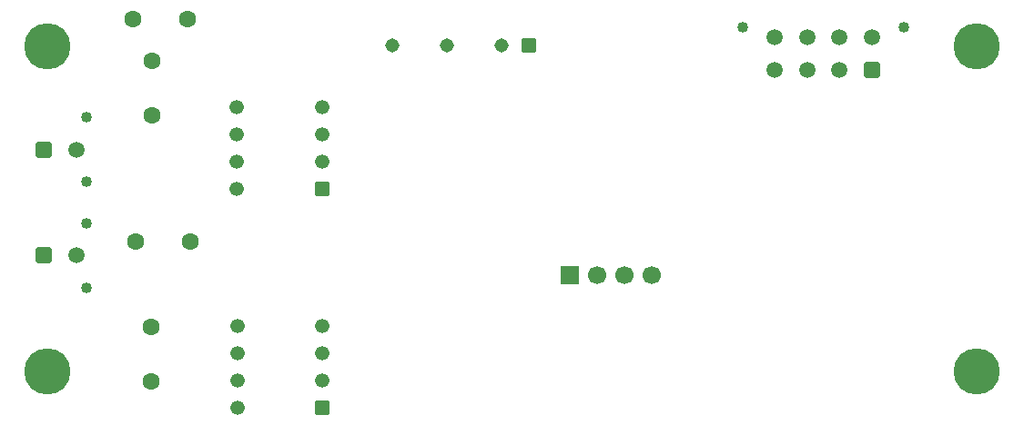
<source format=gbr>
%TF.GenerationSoftware,KiCad,Pcbnew,9.0.4*%
%TF.CreationDate,2026-01-14T13:13:59-08:00*%
%TF.ProjectId,2026Precharge,32303236-5072-4656-9368-617267652e6b,rev?*%
%TF.SameCoordinates,Original*%
%TF.FileFunction,Soldermask,Bot*%
%TF.FilePolarity,Negative*%
%FSLAX46Y46*%
G04 Gerber Fmt 4.6, Leading zero omitted, Abs format (unit mm)*
G04 Created by KiCad (PCBNEW 9.0.4) date 2026-01-14 13:13:59*
%MOMM*%
%LPD*%
G01*
G04 APERTURE LIST*
G04 Aperture macros list*
%AMRoundRect*
0 Rectangle with rounded corners*
0 $1 Rounding radius*
0 $2 $3 $4 $5 $6 $7 $8 $9 X,Y pos of 4 corners*
0 Add a 4 corners polygon primitive as box body*
4,1,4,$2,$3,$4,$5,$6,$7,$8,$9,$2,$3,0*
0 Add four circle primitives for the rounded corners*
1,1,$1+$1,$2,$3*
1,1,$1+$1,$4,$5*
1,1,$1+$1,$6,$7*
1,1,$1+$1,$8,$9*
0 Add four rect primitives between the rounded corners*
20,1,$1+$1,$2,$3,$4,$5,0*
20,1,$1+$1,$4,$5,$6,$7,0*
20,1,$1+$1,$6,$7,$8,$9,0*
20,1,$1+$1,$8,$9,$2,$3,0*%
G04 Aperture macros list end*
%ADD10RoundRect,0.102000X0.555000X0.555000X-0.555000X0.555000X-0.555000X-0.555000X0.555000X-0.555000X0*%
%ADD11C,1.314000*%
%ADD12C,1.601000*%
%ADD13C,4.300000*%
%ADD14RoundRect,0.102000X0.565000X0.565000X-0.565000X0.565000X-0.565000X-0.565000X0.565000X-0.565000X0*%
%ADD15C,1.334000*%
%ADD16C,1.020000*%
%ADD17RoundRect,0.250001X0.499999X-0.499999X0.499999X0.499999X-0.499999X0.499999X-0.499999X-0.499999X0*%
%ADD18C,1.500000*%
%ADD19RoundRect,0.250001X0.499999X0.499999X-0.499999X0.499999X-0.499999X-0.499999X0.499999X-0.499999X0*%
%ADD20R,1.700000X1.700000*%
%ADD21C,1.700000*%
G04 APERTURE END LIST*
D10*
%TO.C,PS1*%
X152130000Y-115630000D03*
D11*
X149590000Y-115630000D03*
X144510000Y-115630000D03*
X139430000Y-115630000D03*
%TD*%
D12*
%TO.C,F4*%
X117010000Y-146910000D03*
X117010000Y-141830000D03*
%TD*%
%TO.C,F3*%
X117080000Y-122090000D03*
X117080000Y-117010000D03*
%TD*%
D13*
%TO.C,H4*%
X193840000Y-146010000D03*
%TD*%
%TO.C,H2*%
X193840000Y-115670000D03*
%TD*%
D12*
%TO.C,F2*%
X115620000Y-133900000D03*
X120700000Y-133900000D03*
%TD*%
D14*
%TO.C,U2*%
X132945000Y-128960000D03*
D15*
X132945000Y-126420000D03*
X132945000Y-123880000D03*
X132945000Y-121340000D03*
X125005000Y-121340000D03*
X125005000Y-123880000D03*
X125005000Y-126420000D03*
X125005000Y-128960000D03*
%TD*%
D13*
%TO.C,H1*%
X107390000Y-115670000D03*
%TD*%
D16*
%TO.C,Molex2*%
X111000000Y-138190000D03*
X111000000Y-132190000D03*
D17*
X107060000Y-135190000D03*
D18*
X110060000Y-135190000D03*
%TD*%
D13*
%TO.C,H3*%
X107390000Y-146010000D03*
%TD*%
D12*
%TO.C,F1*%
X115300000Y-113110000D03*
X120380000Y-113110000D03*
%TD*%
D16*
%TO.C,J1*%
X187050000Y-113910000D03*
X172050000Y-113910000D03*
D19*
X184050000Y-117850000D03*
D18*
X181050000Y-117850000D03*
X178050000Y-117850000D03*
X175050000Y-117850000D03*
X184050000Y-114850000D03*
X181050000Y-114850000D03*
X178050000Y-114850000D03*
X175050000Y-114850000D03*
%TD*%
D16*
%TO.C,Molex1*%
X110990000Y-128330000D03*
X110990000Y-122330000D03*
D17*
X107050000Y-125330000D03*
D18*
X110050000Y-125330000D03*
%TD*%
D20*
%TO.C,J2*%
X155990000Y-137020000D03*
D21*
X158530000Y-137020000D03*
X161070000Y-137020000D03*
X163610000Y-137020000D03*
%TD*%
D14*
%TO.C,U5*%
X132967500Y-149380000D03*
D15*
X132967500Y-146840000D03*
X132967500Y-144300000D03*
X132967500Y-141760000D03*
X125027500Y-141760000D03*
X125027500Y-144300000D03*
X125027500Y-146840000D03*
X125027500Y-149380000D03*
%TD*%
M02*

</source>
